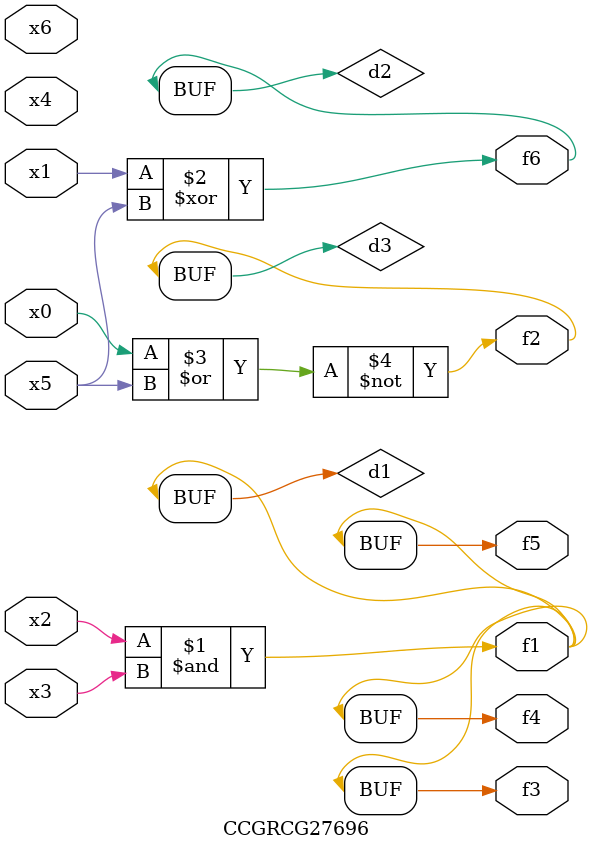
<source format=v>
module CCGRCG27696(
	input x0, x1, x2, x3, x4, x5, x6,
	output f1, f2, f3, f4, f5, f6
);

	wire d1, d2, d3;

	and (d1, x2, x3);
	xor (d2, x1, x5);
	nor (d3, x0, x5);
	assign f1 = d1;
	assign f2 = d3;
	assign f3 = d1;
	assign f4 = d1;
	assign f5 = d1;
	assign f6 = d2;
endmodule

</source>
